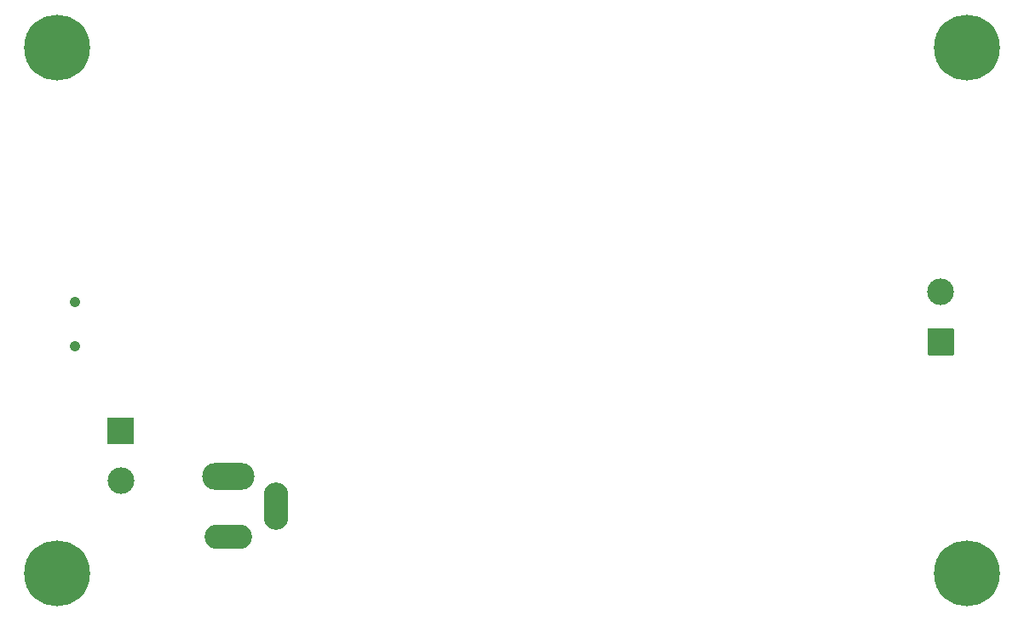
<source format=gbs>
G04 #@! TF.GenerationSoftware,KiCad,Pcbnew,6.0.11-2627ca5db0~126~ubuntu22.04.1*
G04 #@! TF.CreationDate,2025-05-31T21:30:08-06:00*
G04 #@! TF.ProjectId,snd-defect,736e642d-6465-4666-9563-742e6b696361,rev?*
G04 #@! TF.SameCoordinates,Original*
G04 #@! TF.FileFunction,Soldermask,Bot*
G04 #@! TF.FilePolarity,Negative*
%FSLAX46Y46*%
G04 Gerber Fmt 4.6, Leading zero omitted, Abs format (unit mm)*
G04 Created by KiCad (PCBNEW 6.0.11-2627ca5db0~126~ubuntu22.04.1) date 2025-05-31 21:30:08*
%MOMM*%
%LPD*%
G01*
G04 APERTURE LIST*
%ADD10C,2.652400*%
%ADD11C,1.052400*%
%ADD12C,6.552400*%
%ADD13O,5.204000X2.704000*%
%ADD14O,4.704000X2.454000*%
%ADD15O,2.454000X4.704000*%
G04 APERTURE END LIST*
G36*
G01*
X144170999Y-85741195D02*
X141670999Y-85741195D01*
G75*
G02*
X141594799Y-85664995I0J76200D01*
G01*
X141594799Y-83164995D01*
G75*
G02*
X141670999Y-83088795I76200J0D01*
G01*
X144170999Y-83088795D01*
G75*
G02*
X144247199Y-83164995I0J-76200D01*
G01*
X144247199Y-85664995D01*
G75*
G02*
X144170999Y-85741195I-76200J0D01*
G01*
G37*
D10*
X142920999Y-79414995D03*
D11*
X56896000Y-80477000D03*
X56896000Y-84877000D03*
D12*
X145542000Y-55118000D03*
D13*
X72136000Y-97767000D03*
D14*
X72136000Y-103767000D03*
D15*
X76836000Y-100767000D03*
D12*
X145542000Y-107442000D03*
G36*
G01*
X60172001Y-91931805D02*
X62672001Y-91931805D01*
G75*
G02*
X62748201Y-92008005I0J-76200D01*
G01*
X62748201Y-94508005D01*
G75*
G02*
X62672001Y-94584205I-76200J0D01*
G01*
X60172001Y-94584205D01*
G75*
G02*
X60095801Y-94508005I0J76200D01*
G01*
X60095801Y-92008005D01*
G75*
G02*
X60172001Y-91931805I76200J0D01*
G01*
G37*
D10*
X61422001Y-98258005D03*
D12*
X55118000Y-107442000D03*
X55118000Y-55118000D03*
M02*

</source>
